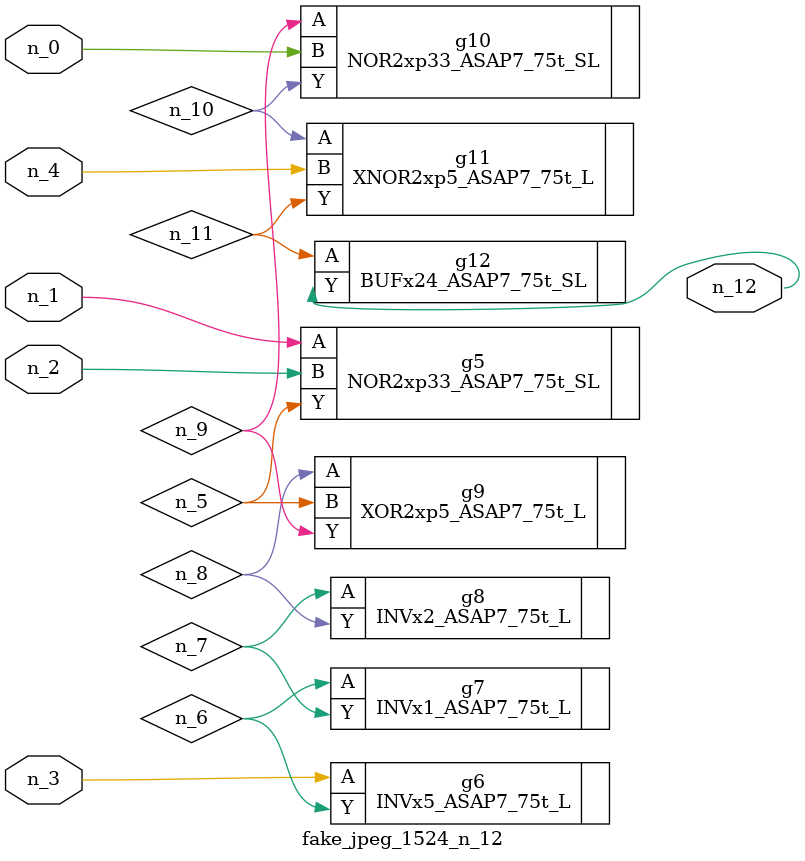
<source format=v>
module fake_jpeg_1524_n_12 (n_3, n_2, n_1, n_0, n_4, n_12);

input n_3;
input n_2;
input n_1;
input n_0;
input n_4;

output n_12;

wire n_11;
wire n_10;
wire n_8;
wire n_9;
wire n_6;
wire n_5;
wire n_7;

NOR2xp33_ASAP7_75t_SL g5 ( 
.A(n_1),
.B(n_2),
.Y(n_5)
);

INVx5_ASAP7_75t_L g6 ( 
.A(n_3),
.Y(n_6)
);

INVx1_ASAP7_75t_L g7 ( 
.A(n_6),
.Y(n_7)
);

INVx2_ASAP7_75t_L g8 ( 
.A(n_7),
.Y(n_8)
);

XOR2xp5_ASAP7_75t_L g9 ( 
.A(n_8),
.B(n_5),
.Y(n_9)
);

NOR2xp33_ASAP7_75t_SL g10 ( 
.A(n_9),
.B(n_0),
.Y(n_10)
);

XNOR2xp5_ASAP7_75t_L g11 ( 
.A(n_10),
.B(n_4),
.Y(n_11)
);

BUFx24_ASAP7_75t_SL g12 ( 
.A(n_11),
.Y(n_12)
);


endmodule
</source>
